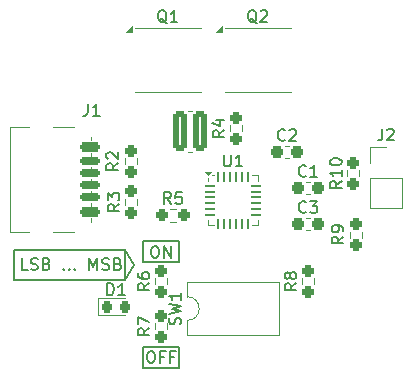
<source format=gto>
G04 #@! TF.GenerationSoftware,KiCad,Pcbnew,8.0.2*
G04 #@! TF.CreationDate,2024-06-03T19:44:32-07:00*
G04 #@! TF.ProjectId,SNES_USB_C_power,534e4553-5f55-4534-925f-435f706f7765,A*
G04 #@! TF.SameCoordinates,Original*
G04 #@! TF.FileFunction,Legend,Top*
G04 #@! TF.FilePolarity,Positive*
%FSLAX46Y46*%
G04 Gerber Fmt 4.6, Leading zero omitted, Abs format (unit mm)*
G04 Created by KiCad (PCBNEW 8.0.2) date 2024-06-03 19:44:32*
%MOMM*%
%LPD*%
G01*
G04 APERTURE LIST*
G04 Aperture macros list*
%AMRoundRect*
0 Rectangle with rounded corners*
0 $1 Rounding radius*
0 $2 $3 $4 $5 $6 $7 $8 $9 X,Y pos of 4 corners*
0 Add a 4 corners polygon primitive as box body*
4,1,4,$2,$3,$4,$5,$6,$7,$8,$9,$2,$3,0*
0 Add four circle primitives for the rounded corners*
1,1,$1+$1,$2,$3*
1,1,$1+$1,$4,$5*
1,1,$1+$1,$6,$7*
1,1,$1+$1,$8,$9*
0 Add four rect primitives between the rounded corners*
20,1,$1+$1,$2,$3,$4,$5,0*
20,1,$1+$1,$4,$5,$6,$7,0*
20,1,$1+$1,$6,$7,$8,$9,0*
20,1,$1+$1,$8,$9,$2,$3,0*%
G04 Aperture macros list end*
%ADD10C,0.150000*%
%ADD11C,0.160000*%
%ADD12C,0.120000*%
%ADD13C,0.100000*%
%ADD14RoundRect,0.218750X-0.218750X-0.256250X0.218750X-0.256250X0.218750X0.256250X-0.218750X0.256250X0*%
%ADD15C,0.800000*%
%ADD16C,6.400000*%
%ADD17R,1.700000X1.700000*%
%ADD18O,1.700000X1.700000*%
%ADD19RoundRect,0.237500X0.237500X-0.250000X0.237500X0.250000X-0.237500X0.250000X-0.237500X-0.250000X0*%
%ADD20RoundRect,0.175000X-0.685000X0.175000X-0.685000X-0.175000X0.685000X-0.175000X0.685000X0.175000X0*%
%ADD21RoundRect,0.190000X-0.670000X0.190000X-0.670000X-0.190000X0.670000X-0.190000X0.670000X0.190000X0*%
%ADD22RoundRect,0.200000X-0.660000X0.200000X-0.660000X-0.200000X0.660000X-0.200000X0.660000X0.200000X0*%
%ADD23O,1.700000X1.100000*%
%ADD24RoundRect,0.237500X-0.237500X0.250000X-0.237500X-0.250000X0.237500X-0.250000X0.237500X0.250000X0*%
%ADD25RoundRect,0.237500X-0.250000X-0.237500X0.250000X-0.237500X0.250000X0.237500X-0.250000X0.237500X0*%
%ADD26RoundRect,0.062500X-0.350000X-0.062500X0.350000X-0.062500X0.350000X0.062500X-0.350000X0.062500X0*%
%ADD27RoundRect,0.062500X-0.062500X-0.350000X0.062500X-0.350000X0.062500X0.350000X-0.062500X0.350000X0*%
%ADD28R,2.700000X2.700000*%
%ADD29RoundRect,0.237500X-0.300000X-0.237500X0.300000X-0.237500X0.300000X0.237500X-0.300000X0.237500X0*%
%ADD30RoundRect,0.250000X-0.337500X-1.450000X0.337500X-1.450000X0.337500X1.450000X-0.337500X1.450000X0*%
%ADD31R,0.650000X0.500000*%
%ADD32R,4.120000X4.600000*%
%ADD33R,0.550000X0.500000*%
%ADD34R,1.600000X2.400000*%
%ADD35O,1.600000X2.400000*%
G04 APERTURE END LIST*
D10*
X152654000Y-117094000D02*
X151892000Y-118364000D01*
X151892000Y-115824000D02*
X152654000Y-117094000D01*
X142494000Y-115824000D02*
X151892000Y-115824000D01*
X151892000Y-118364000D01*
X142494000Y-118364000D01*
X142494000Y-115824000D01*
X153416000Y-124079000D02*
X156464000Y-124079000D01*
X156464000Y-125857000D01*
X153416000Y-125857000D01*
X153416000Y-124079000D01*
X153416000Y-115062000D02*
X156464000Y-115062000D01*
X156464000Y-116840000D01*
X153416000Y-116840000D01*
X153416000Y-115062000D01*
D11*
X153987619Y-124422299D02*
X154178095Y-124422299D01*
X154178095Y-124422299D02*
X154273333Y-124469918D01*
X154273333Y-124469918D02*
X154368571Y-124565156D01*
X154368571Y-124565156D02*
X154416190Y-124755632D01*
X154416190Y-124755632D02*
X154416190Y-125088965D01*
X154416190Y-125088965D02*
X154368571Y-125279441D01*
X154368571Y-125279441D02*
X154273333Y-125374680D01*
X154273333Y-125374680D02*
X154178095Y-125422299D01*
X154178095Y-125422299D02*
X153987619Y-125422299D01*
X153987619Y-125422299D02*
X153892381Y-125374680D01*
X153892381Y-125374680D02*
X153797143Y-125279441D01*
X153797143Y-125279441D02*
X153749524Y-125088965D01*
X153749524Y-125088965D02*
X153749524Y-124755632D01*
X153749524Y-124755632D02*
X153797143Y-124565156D01*
X153797143Y-124565156D02*
X153892381Y-124469918D01*
X153892381Y-124469918D02*
X153987619Y-124422299D01*
X155178095Y-124898489D02*
X154844762Y-124898489D01*
X154844762Y-125422299D02*
X154844762Y-124422299D01*
X154844762Y-124422299D02*
X155320952Y-124422299D01*
X156035238Y-124898489D02*
X155701905Y-124898489D01*
X155701905Y-125422299D02*
X155701905Y-124422299D01*
X155701905Y-124422299D02*
X156178095Y-124422299D01*
X154320952Y-115532299D02*
X154511428Y-115532299D01*
X154511428Y-115532299D02*
X154606666Y-115579918D01*
X154606666Y-115579918D02*
X154701904Y-115675156D01*
X154701904Y-115675156D02*
X154749523Y-115865632D01*
X154749523Y-115865632D02*
X154749523Y-116198965D01*
X154749523Y-116198965D02*
X154701904Y-116389441D01*
X154701904Y-116389441D02*
X154606666Y-116484680D01*
X154606666Y-116484680D02*
X154511428Y-116532299D01*
X154511428Y-116532299D02*
X154320952Y-116532299D01*
X154320952Y-116532299D02*
X154225714Y-116484680D01*
X154225714Y-116484680D02*
X154130476Y-116389441D01*
X154130476Y-116389441D02*
X154082857Y-116198965D01*
X154082857Y-116198965D02*
X154082857Y-115865632D01*
X154082857Y-115865632D02*
X154130476Y-115675156D01*
X154130476Y-115675156D02*
X154225714Y-115579918D01*
X154225714Y-115579918D02*
X154320952Y-115532299D01*
X155178095Y-116532299D02*
X155178095Y-115532299D01*
X155178095Y-115532299D02*
X155749523Y-116532299D01*
X155749523Y-116532299D02*
X155749523Y-115532299D01*
X143629524Y-117548299D02*
X143153334Y-117548299D01*
X143153334Y-117548299D02*
X143153334Y-116548299D01*
X143915239Y-117500680D02*
X144058096Y-117548299D01*
X144058096Y-117548299D02*
X144296191Y-117548299D01*
X144296191Y-117548299D02*
X144391429Y-117500680D01*
X144391429Y-117500680D02*
X144439048Y-117453060D01*
X144439048Y-117453060D02*
X144486667Y-117357822D01*
X144486667Y-117357822D02*
X144486667Y-117262584D01*
X144486667Y-117262584D02*
X144439048Y-117167346D01*
X144439048Y-117167346D02*
X144391429Y-117119727D01*
X144391429Y-117119727D02*
X144296191Y-117072108D01*
X144296191Y-117072108D02*
X144105715Y-117024489D01*
X144105715Y-117024489D02*
X144010477Y-116976870D01*
X144010477Y-116976870D02*
X143962858Y-116929251D01*
X143962858Y-116929251D02*
X143915239Y-116834013D01*
X143915239Y-116834013D02*
X143915239Y-116738775D01*
X143915239Y-116738775D02*
X143962858Y-116643537D01*
X143962858Y-116643537D02*
X144010477Y-116595918D01*
X144010477Y-116595918D02*
X144105715Y-116548299D01*
X144105715Y-116548299D02*
X144343810Y-116548299D01*
X144343810Y-116548299D02*
X144486667Y-116595918D01*
X145248572Y-117024489D02*
X145391429Y-117072108D01*
X145391429Y-117072108D02*
X145439048Y-117119727D01*
X145439048Y-117119727D02*
X145486667Y-117214965D01*
X145486667Y-117214965D02*
X145486667Y-117357822D01*
X145486667Y-117357822D02*
X145439048Y-117453060D01*
X145439048Y-117453060D02*
X145391429Y-117500680D01*
X145391429Y-117500680D02*
X145296191Y-117548299D01*
X145296191Y-117548299D02*
X144915239Y-117548299D01*
X144915239Y-117548299D02*
X144915239Y-116548299D01*
X144915239Y-116548299D02*
X145248572Y-116548299D01*
X145248572Y-116548299D02*
X145343810Y-116595918D01*
X145343810Y-116595918D02*
X145391429Y-116643537D01*
X145391429Y-116643537D02*
X145439048Y-116738775D01*
X145439048Y-116738775D02*
X145439048Y-116834013D01*
X145439048Y-116834013D02*
X145391429Y-116929251D01*
X145391429Y-116929251D02*
X145343810Y-116976870D01*
X145343810Y-116976870D02*
X145248572Y-117024489D01*
X145248572Y-117024489D02*
X144915239Y-117024489D01*
X146677144Y-117453060D02*
X146724763Y-117500680D01*
X146724763Y-117500680D02*
X146677144Y-117548299D01*
X146677144Y-117548299D02*
X146629525Y-117500680D01*
X146629525Y-117500680D02*
X146677144Y-117453060D01*
X146677144Y-117453060D02*
X146677144Y-117548299D01*
X147153334Y-117453060D02*
X147200953Y-117500680D01*
X147200953Y-117500680D02*
X147153334Y-117548299D01*
X147153334Y-117548299D02*
X147105715Y-117500680D01*
X147105715Y-117500680D02*
X147153334Y-117453060D01*
X147153334Y-117453060D02*
X147153334Y-117548299D01*
X147629524Y-117453060D02*
X147677143Y-117500680D01*
X147677143Y-117500680D02*
X147629524Y-117548299D01*
X147629524Y-117548299D02*
X147581905Y-117500680D01*
X147581905Y-117500680D02*
X147629524Y-117453060D01*
X147629524Y-117453060D02*
X147629524Y-117548299D01*
X148867619Y-117548299D02*
X148867619Y-116548299D01*
X148867619Y-116548299D02*
X149200952Y-117262584D01*
X149200952Y-117262584D02*
X149534285Y-116548299D01*
X149534285Y-116548299D02*
X149534285Y-117548299D01*
X149962857Y-117500680D02*
X150105714Y-117548299D01*
X150105714Y-117548299D02*
X150343809Y-117548299D01*
X150343809Y-117548299D02*
X150439047Y-117500680D01*
X150439047Y-117500680D02*
X150486666Y-117453060D01*
X150486666Y-117453060D02*
X150534285Y-117357822D01*
X150534285Y-117357822D02*
X150534285Y-117262584D01*
X150534285Y-117262584D02*
X150486666Y-117167346D01*
X150486666Y-117167346D02*
X150439047Y-117119727D01*
X150439047Y-117119727D02*
X150343809Y-117072108D01*
X150343809Y-117072108D02*
X150153333Y-117024489D01*
X150153333Y-117024489D02*
X150058095Y-116976870D01*
X150058095Y-116976870D02*
X150010476Y-116929251D01*
X150010476Y-116929251D02*
X149962857Y-116834013D01*
X149962857Y-116834013D02*
X149962857Y-116738775D01*
X149962857Y-116738775D02*
X150010476Y-116643537D01*
X150010476Y-116643537D02*
X150058095Y-116595918D01*
X150058095Y-116595918D02*
X150153333Y-116548299D01*
X150153333Y-116548299D02*
X150391428Y-116548299D01*
X150391428Y-116548299D02*
X150534285Y-116595918D01*
X151296190Y-117024489D02*
X151439047Y-117072108D01*
X151439047Y-117072108D02*
X151486666Y-117119727D01*
X151486666Y-117119727D02*
X151534285Y-117214965D01*
X151534285Y-117214965D02*
X151534285Y-117357822D01*
X151534285Y-117357822D02*
X151486666Y-117453060D01*
X151486666Y-117453060D02*
X151439047Y-117500680D01*
X151439047Y-117500680D02*
X151343809Y-117548299D01*
X151343809Y-117548299D02*
X150962857Y-117548299D01*
X150962857Y-117548299D02*
X150962857Y-116548299D01*
X150962857Y-116548299D02*
X151296190Y-116548299D01*
X151296190Y-116548299D02*
X151391428Y-116595918D01*
X151391428Y-116595918D02*
X151439047Y-116643537D01*
X151439047Y-116643537D02*
X151486666Y-116738775D01*
X151486666Y-116738775D02*
X151486666Y-116834013D01*
X151486666Y-116834013D02*
X151439047Y-116929251D01*
X151439047Y-116929251D02*
X151391428Y-116976870D01*
X151391428Y-116976870D02*
X151296190Y-117024489D01*
X151296190Y-117024489D02*
X150962857Y-117024489D01*
X150366405Y-119674299D02*
X150366405Y-118674299D01*
X150366405Y-118674299D02*
X150604500Y-118674299D01*
X150604500Y-118674299D02*
X150747357Y-118721918D01*
X150747357Y-118721918D02*
X150842595Y-118817156D01*
X150842595Y-118817156D02*
X150890214Y-118912394D01*
X150890214Y-118912394D02*
X150937833Y-119102870D01*
X150937833Y-119102870D02*
X150937833Y-119245727D01*
X150937833Y-119245727D02*
X150890214Y-119436203D01*
X150890214Y-119436203D02*
X150842595Y-119531441D01*
X150842595Y-119531441D02*
X150747357Y-119626680D01*
X150747357Y-119626680D02*
X150604500Y-119674299D01*
X150604500Y-119674299D02*
X150366405Y-119674299D01*
X151890214Y-119674299D02*
X151318786Y-119674299D01*
X151604500Y-119674299D02*
X151604500Y-118674299D01*
X151604500Y-118674299D02*
X151509262Y-118817156D01*
X151509262Y-118817156D02*
X151414024Y-118912394D01*
X151414024Y-118912394D02*
X151318786Y-118960013D01*
X173656666Y-105577299D02*
X173656666Y-106291584D01*
X173656666Y-106291584D02*
X173609047Y-106434441D01*
X173609047Y-106434441D02*
X173513809Y-106529680D01*
X173513809Y-106529680D02*
X173370952Y-106577299D01*
X173370952Y-106577299D02*
X173275714Y-106577299D01*
X174085238Y-105672537D02*
X174132857Y-105624918D01*
X174132857Y-105624918D02*
X174228095Y-105577299D01*
X174228095Y-105577299D02*
X174466190Y-105577299D01*
X174466190Y-105577299D02*
X174561428Y-105624918D01*
X174561428Y-105624918D02*
X174609047Y-105672537D01*
X174609047Y-105672537D02*
X174656666Y-105767775D01*
X174656666Y-105767775D02*
X174656666Y-105863013D01*
X174656666Y-105863013D02*
X174609047Y-106005870D01*
X174609047Y-106005870D02*
X174037619Y-106577299D01*
X174037619Y-106577299D02*
X174656666Y-106577299D01*
X151404299Y-111974666D02*
X150928108Y-112307999D01*
X151404299Y-112546094D02*
X150404299Y-112546094D01*
X150404299Y-112546094D02*
X150404299Y-112165142D01*
X150404299Y-112165142D02*
X150451918Y-112069904D01*
X150451918Y-112069904D02*
X150499537Y-112022285D01*
X150499537Y-112022285D02*
X150594775Y-111974666D01*
X150594775Y-111974666D02*
X150737632Y-111974666D01*
X150737632Y-111974666D02*
X150832870Y-112022285D01*
X150832870Y-112022285D02*
X150880489Y-112069904D01*
X150880489Y-112069904D02*
X150928108Y-112165142D01*
X150928108Y-112165142D02*
X150928108Y-112546094D01*
X150404299Y-111641332D02*
X150404299Y-111022285D01*
X150404299Y-111022285D02*
X150785251Y-111355618D01*
X150785251Y-111355618D02*
X150785251Y-111212761D01*
X150785251Y-111212761D02*
X150832870Y-111117523D01*
X150832870Y-111117523D02*
X150880489Y-111069904D01*
X150880489Y-111069904D02*
X150975727Y-111022285D01*
X150975727Y-111022285D02*
X151213822Y-111022285D01*
X151213822Y-111022285D02*
X151309060Y-111069904D01*
X151309060Y-111069904D02*
X151356680Y-111117523D01*
X151356680Y-111117523D02*
X151404299Y-111212761D01*
X151404299Y-111212761D02*
X151404299Y-111498475D01*
X151404299Y-111498475D02*
X151356680Y-111593713D01*
X151356680Y-111593713D02*
X151309060Y-111641332D01*
X148744666Y-103491799D02*
X148744666Y-104206084D01*
X148744666Y-104206084D02*
X148697047Y-104348941D01*
X148697047Y-104348941D02*
X148601809Y-104444180D01*
X148601809Y-104444180D02*
X148458952Y-104491799D01*
X148458952Y-104491799D02*
X148363714Y-104491799D01*
X149744666Y-104491799D02*
X149173238Y-104491799D01*
X149458952Y-104491799D02*
X149458952Y-103491799D01*
X149458952Y-103491799D02*
X149363714Y-103634656D01*
X149363714Y-103634656D02*
X149268476Y-103729894D01*
X149268476Y-103729894D02*
X149173238Y-103777513D01*
X151310299Y-108522166D02*
X150834108Y-108855499D01*
X151310299Y-109093594D02*
X150310299Y-109093594D01*
X150310299Y-109093594D02*
X150310299Y-108712642D01*
X150310299Y-108712642D02*
X150357918Y-108617404D01*
X150357918Y-108617404D02*
X150405537Y-108569785D01*
X150405537Y-108569785D02*
X150500775Y-108522166D01*
X150500775Y-108522166D02*
X150643632Y-108522166D01*
X150643632Y-108522166D02*
X150738870Y-108569785D01*
X150738870Y-108569785D02*
X150786489Y-108617404D01*
X150786489Y-108617404D02*
X150834108Y-108712642D01*
X150834108Y-108712642D02*
X150834108Y-109093594D01*
X150405537Y-108141213D02*
X150357918Y-108093594D01*
X150357918Y-108093594D02*
X150310299Y-107998356D01*
X150310299Y-107998356D02*
X150310299Y-107760261D01*
X150310299Y-107760261D02*
X150357918Y-107665023D01*
X150357918Y-107665023D02*
X150405537Y-107617404D01*
X150405537Y-107617404D02*
X150500775Y-107569785D01*
X150500775Y-107569785D02*
X150596013Y-107569785D01*
X150596013Y-107569785D02*
X150738870Y-107617404D01*
X150738870Y-107617404D02*
X151310299Y-108188832D01*
X151310299Y-108188832D02*
X151310299Y-107569785D01*
X155769333Y-111951799D02*
X155436000Y-111475608D01*
X155197905Y-111951799D02*
X155197905Y-110951799D01*
X155197905Y-110951799D02*
X155578857Y-110951799D01*
X155578857Y-110951799D02*
X155674095Y-110999418D01*
X155674095Y-110999418D02*
X155721714Y-111047037D01*
X155721714Y-111047037D02*
X155769333Y-111142275D01*
X155769333Y-111142275D02*
X155769333Y-111285132D01*
X155769333Y-111285132D02*
X155721714Y-111380370D01*
X155721714Y-111380370D02*
X155674095Y-111427989D01*
X155674095Y-111427989D02*
X155578857Y-111475608D01*
X155578857Y-111475608D02*
X155197905Y-111475608D01*
X156674095Y-110951799D02*
X156197905Y-110951799D01*
X156197905Y-110951799D02*
X156150286Y-111427989D01*
X156150286Y-111427989D02*
X156197905Y-111380370D01*
X156197905Y-111380370D02*
X156293143Y-111332751D01*
X156293143Y-111332751D02*
X156531238Y-111332751D01*
X156531238Y-111332751D02*
X156626476Y-111380370D01*
X156626476Y-111380370D02*
X156674095Y-111427989D01*
X156674095Y-111427989D02*
X156721714Y-111523227D01*
X156721714Y-111523227D02*
X156721714Y-111761322D01*
X156721714Y-111761322D02*
X156674095Y-111856560D01*
X156674095Y-111856560D02*
X156626476Y-111904180D01*
X156626476Y-111904180D02*
X156531238Y-111951799D01*
X156531238Y-111951799D02*
X156293143Y-111951799D01*
X156293143Y-111951799D02*
X156197905Y-111904180D01*
X156197905Y-111904180D02*
X156150286Y-111856560D01*
X166390299Y-118682166D02*
X165914108Y-119015499D01*
X166390299Y-119253594D02*
X165390299Y-119253594D01*
X165390299Y-119253594D02*
X165390299Y-118872642D01*
X165390299Y-118872642D02*
X165437918Y-118777404D01*
X165437918Y-118777404D02*
X165485537Y-118729785D01*
X165485537Y-118729785D02*
X165580775Y-118682166D01*
X165580775Y-118682166D02*
X165723632Y-118682166D01*
X165723632Y-118682166D02*
X165818870Y-118729785D01*
X165818870Y-118729785D02*
X165866489Y-118777404D01*
X165866489Y-118777404D02*
X165914108Y-118872642D01*
X165914108Y-118872642D02*
X165914108Y-119253594D01*
X165818870Y-118110737D02*
X165771251Y-118205975D01*
X165771251Y-118205975D02*
X165723632Y-118253594D01*
X165723632Y-118253594D02*
X165628394Y-118301213D01*
X165628394Y-118301213D02*
X165580775Y-118301213D01*
X165580775Y-118301213D02*
X165485537Y-118253594D01*
X165485537Y-118253594D02*
X165437918Y-118205975D01*
X165437918Y-118205975D02*
X165390299Y-118110737D01*
X165390299Y-118110737D02*
X165390299Y-117920261D01*
X165390299Y-117920261D02*
X165437918Y-117825023D01*
X165437918Y-117825023D02*
X165485537Y-117777404D01*
X165485537Y-117777404D02*
X165580775Y-117729785D01*
X165580775Y-117729785D02*
X165628394Y-117729785D01*
X165628394Y-117729785D02*
X165723632Y-117777404D01*
X165723632Y-117777404D02*
X165771251Y-117825023D01*
X165771251Y-117825023D02*
X165818870Y-117920261D01*
X165818870Y-117920261D02*
X165818870Y-118110737D01*
X165818870Y-118110737D02*
X165866489Y-118205975D01*
X165866489Y-118205975D02*
X165914108Y-118253594D01*
X165914108Y-118253594D02*
X166009346Y-118301213D01*
X166009346Y-118301213D02*
X166199822Y-118301213D01*
X166199822Y-118301213D02*
X166295060Y-118253594D01*
X166295060Y-118253594D02*
X166342680Y-118205975D01*
X166342680Y-118205975D02*
X166390299Y-118110737D01*
X166390299Y-118110737D02*
X166390299Y-117920261D01*
X166390299Y-117920261D02*
X166342680Y-117825023D01*
X166342680Y-117825023D02*
X166295060Y-117777404D01*
X166295060Y-117777404D02*
X166199822Y-117729785D01*
X166199822Y-117729785D02*
X166009346Y-117729785D01*
X166009346Y-117729785D02*
X165914108Y-117777404D01*
X165914108Y-117777404D02*
X165866489Y-117825023D01*
X165866489Y-117825023D02*
X165818870Y-117920261D01*
X160254095Y-107781799D02*
X160254095Y-108591322D01*
X160254095Y-108591322D02*
X160301714Y-108686560D01*
X160301714Y-108686560D02*
X160349333Y-108734180D01*
X160349333Y-108734180D02*
X160444571Y-108781799D01*
X160444571Y-108781799D02*
X160635047Y-108781799D01*
X160635047Y-108781799D02*
X160730285Y-108734180D01*
X160730285Y-108734180D02*
X160777904Y-108686560D01*
X160777904Y-108686560D02*
X160825523Y-108591322D01*
X160825523Y-108591322D02*
X160825523Y-107781799D01*
X161825523Y-108781799D02*
X161254095Y-108781799D01*
X161539809Y-108781799D02*
X161539809Y-107781799D01*
X161539809Y-107781799D02*
X161444571Y-107924656D01*
X161444571Y-107924656D02*
X161349333Y-108019894D01*
X161349333Y-108019894D02*
X161254095Y-108067513D01*
X170220299Y-110013357D02*
X169744108Y-110346690D01*
X170220299Y-110584785D02*
X169220299Y-110584785D01*
X169220299Y-110584785D02*
X169220299Y-110203833D01*
X169220299Y-110203833D02*
X169267918Y-110108595D01*
X169267918Y-110108595D02*
X169315537Y-110060976D01*
X169315537Y-110060976D02*
X169410775Y-110013357D01*
X169410775Y-110013357D02*
X169553632Y-110013357D01*
X169553632Y-110013357D02*
X169648870Y-110060976D01*
X169648870Y-110060976D02*
X169696489Y-110108595D01*
X169696489Y-110108595D02*
X169744108Y-110203833D01*
X169744108Y-110203833D02*
X169744108Y-110584785D01*
X170220299Y-109060976D02*
X170220299Y-109632404D01*
X170220299Y-109346690D02*
X169220299Y-109346690D01*
X169220299Y-109346690D02*
X169363156Y-109441928D01*
X169363156Y-109441928D02*
X169458394Y-109537166D01*
X169458394Y-109537166D02*
X169506013Y-109632404D01*
X169220299Y-108441928D02*
X169220299Y-108346690D01*
X169220299Y-108346690D02*
X169267918Y-108251452D01*
X169267918Y-108251452D02*
X169315537Y-108203833D01*
X169315537Y-108203833D02*
X169410775Y-108156214D01*
X169410775Y-108156214D02*
X169601251Y-108108595D01*
X169601251Y-108108595D02*
X169839346Y-108108595D01*
X169839346Y-108108595D02*
X170029822Y-108156214D01*
X170029822Y-108156214D02*
X170125060Y-108203833D01*
X170125060Y-108203833D02*
X170172680Y-108251452D01*
X170172680Y-108251452D02*
X170220299Y-108346690D01*
X170220299Y-108346690D02*
X170220299Y-108441928D01*
X170220299Y-108441928D02*
X170172680Y-108537166D01*
X170172680Y-108537166D02*
X170125060Y-108584785D01*
X170125060Y-108584785D02*
X170029822Y-108632404D01*
X170029822Y-108632404D02*
X169839346Y-108680023D01*
X169839346Y-108680023D02*
X169601251Y-108680023D01*
X169601251Y-108680023D02*
X169410775Y-108632404D01*
X169410775Y-108632404D02*
X169315537Y-108584785D01*
X169315537Y-108584785D02*
X169267918Y-108537166D01*
X169267918Y-108537166D02*
X169220299Y-108441928D01*
X167199333Y-112618560D02*
X167151714Y-112666180D01*
X167151714Y-112666180D02*
X167008857Y-112713799D01*
X167008857Y-112713799D02*
X166913619Y-112713799D01*
X166913619Y-112713799D02*
X166770762Y-112666180D01*
X166770762Y-112666180D02*
X166675524Y-112570941D01*
X166675524Y-112570941D02*
X166627905Y-112475703D01*
X166627905Y-112475703D02*
X166580286Y-112285227D01*
X166580286Y-112285227D02*
X166580286Y-112142370D01*
X166580286Y-112142370D02*
X166627905Y-111951894D01*
X166627905Y-111951894D02*
X166675524Y-111856656D01*
X166675524Y-111856656D02*
X166770762Y-111761418D01*
X166770762Y-111761418D02*
X166913619Y-111713799D01*
X166913619Y-111713799D02*
X167008857Y-111713799D01*
X167008857Y-111713799D02*
X167151714Y-111761418D01*
X167151714Y-111761418D02*
X167199333Y-111809037D01*
X167532667Y-111713799D02*
X168151714Y-111713799D01*
X168151714Y-111713799D02*
X167818381Y-112094751D01*
X167818381Y-112094751D02*
X167961238Y-112094751D01*
X167961238Y-112094751D02*
X168056476Y-112142370D01*
X168056476Y-112142370D02*
X168104095Y-112189989D01*
X168104095Y-112189989D02*
X168151714Y-112285227D01*
X168151714Y-112285227D02*
X168151714Y-112523322D01*
X168151714Y-112523322D02*
X168104095Y-112618560D01*
X168104095Y-112618560D02*
X168056476Y-112666180D01*
X168056476Y-112666180D02*
X167961238Y-112713799D01*
X167961238Y-112713799D02*
X167675524Y-112713799D01*
X167675524Y-112713799D02*
X167580286Y-112666180D01*
X167580286Y-112666180D02*
X167532667Y-112618560D01*
X167199333Y-109570560D02*
X167151714Y-109618180D01*
X167151714Y-109618180D02*
X167008857Y-109665799D01*
X167008857Y-109665799D02*
X166913619Y-109665799D01*
X166913619Y-109665799D02*
X166770762Y-109618180D01*
X166770762Y-109618180D02*
X166675524Y-109522941D01*
X166675524Y-109522941D02*
X166627905Y-109427703D01*
X166627905Y-109427703D02*
X166580286Y-109237227D01*
X166580286Y-109237227D02*
X166580286Y-109094370D01*
X166580286Y-109094370D02*
X166627905Y-108903894D01*
X166627905Y-108903894D02*
X166675524Y-108808656D01*
X166675524Y-108808656D02*
X166770762Y-108713418D01*
X166770762Y-108713418D02*
X166913619Y-108665799D01*
X166913619Y-108665799D02*
X167008857Y-108665799D01*
X167008857Y-108665799D02*
X167151714Y-108713418D01*
X167151714Y-108713418D02*
X167199333Y-108761037D01*
X168151714Y-109665799D02*
X167580286Y-109665799D01*
X167866000Y-109665799D02*
X167866000Y-108665799D01*
X167866000Y-108665799D02*
X167770762Y-108808656D01*
X167770762Y-108808656D02*
X167675524Y-108903894D01*
X167675524Y-108903894D02*
X167580286Y-108951513D01*
X163028761Y-96649537D02*
X162933523Y-96601918D01*
X162933523Y-96601918D02*
X162838285Y-96506680D01*
X162838285Y-96506680D02*
X162695428Y-96363822D01*
X162695428Y-96363822D02*
X162600190Y-96316203D01*
X162600190Y-96316203D02*
X162504952Y-96316203D01*
X162552571Y-96554299D02*
X162457333Y-96506680D01*
X162457333Y-96506680D02*
X162362095Y-96411441D01*
X162362095Y-96411441D02*
X162314476Y-96220965D01*
X162314476Y-96220965D02*
X162314476Y-95887632D01*
X162314476Y-95887632D02*
X162362095Y-95697156D01*
X162362095Y-95697156D02*
X162457333Y-95601918D01*
X162457333Y-95601918D02*
X162552571Y-95554299D01*
X162552571Y-95554299D02*
X162743047Y-95554299D01*
X162743047Y-95554299D02*
X162838285Y-95601918D01*
X162838285Y-95601918D02*
X162933523Y-95697156D01*
X162933523Y-95697156D02*
X162981142Y-95887632D01*
X162981142Y-95887632D02*
X162981142Y-96220965D01*
X162981142Y-96220965D02*
X162933523Y-96411441D01*
X162933523Y-96411441D02*
X162838285Y-96506680D01*
X162838285Y-96506680D02*
X162743047Y-96554299D01*
X162743047Y-96554299D02*
X162552571Y-96554299D01*
X163362095Y-95649537D02*
X163409714Y-95601918D01*
X163409714Y-95601918D02*
X163504952Y-95554299D01*
X163504952Y-95554299D02*
X163743047Y-95554299D01*
X163743047Y-95554299D02*
X163838285Y-95601918D01*
X163838285Y-95601918D02*
X163885904Y-95649537D01*
X163885904Y-95649537D02*
X163933523Y-95744775D01*
X163933523Y-95744775D02*
X163933523Y-95840013D01*
X163933523Y-95840013D02*
X163885904Y-95982870D01*
X163885904Y-95982870D02*
X163314476Y-96554299D01*
X163314476Y-96554299D02*
X163933523Y-96554299D01*
X170380299Y-114720666D02*
X169904108Y-115053999D01*
X170380299Y-115292094D02*
X169380299Y-115292094D01*
X169380299Y-115292094D02*
X169380299Y-114911142D01*
X169380299Y-114911142D02*
X169427918Y-114815904D01*
X169427918Y-114815904D02*
X169475537Y-114768285D01*
X169475537Y-114768285D02*
X169570775Y-114720666D01*
X169570775Y-114720666D02*
X169713632Y-114720666D01*
X169713632Y-114720666D02*
X169808870Y-114768285D01*
X169808870Y-114768285D02*
X169856489Y-114815904D01*
X169856489Y-114815904D02*
X169904108Y-114911142D01*
X169904108Y-114911142D02*
X169904108Y-115292094D01*
X170380299Y-114244475D02*
X170380299Y-114053999D01*
X170380299Y-114053999D02*
X170332680Y-113958761D01*
X170332680Y-113958761D02*
X170285060Y-113911142D01*
X170285060Y-113911142D02*
X170142203Y-113815904D01*
X170142203Y-113815904D02*
X169951727Y-113768285D01*
X169951727Y-113768285D02*
X169570775Y-113768285D01*
X169570775Y-113768285D02*
X169475537Y-113815904D01*
X169475537Y-113815904D02*
X169427918Y-113863523D01*
X169427918Y-113863523D02*
X169380299Y-113958761D01*
X169380299Y-113958761D02*
X169380299Y-114149237D01*
X169380299Y-114149237D02*
X169427918Y-114244475D01*
X169427918Y-114244475D02*
X169475537Y-114292094D01*
X169475537Y-114292094D02*
X169570775Y-114339713D01*
X169570775Y-114339713D02*
X169808870Y-114339713D01*
X169808870Y-114339713D02*
X169904108Y-114292094D01*
X169904108Y-114292094D02*
X169951727Y-114244475D01*
X169951727Y-114244475D02*
X169999346Y-114149237D01*
X169999346Y-114149237D02*
X169999346Y-113958761D01*
X169999346Y-113958761D02*
X169951727Y-113863523D01*
X169951727Y-113863523D02*
X169904108Y-113815904D01*
X169904108Y-113815904D02*
X169808870Y-113768285D01*
X153944299Y-122492166D02*
X153468108Y-122825499D01*
X153944299Y-123063594D02*
X152944299Y-123063594D01*
X152944299Y-123063594D02*
X152944299Y-122682642D01*
X152944299Y-122682642D02*
X152991918Y-122587404D01*
X152991918Y-122587404D02*
X153039537Y-122539785D01*
X153039537Y-122539785D02*
X153134775Y-122492166D01*
X153134775Y-122492166D02*
X153277632Y-122492166D01*
X153277632Y-122492166D02*
X153372870Y-122539785D01*
X153372870Y-122539785D02*
X153420489Y-122587404D01*
X153420489Y-122587404D02*
X153468108Y-122682642D01*
X153468108Y-122682642D02*
X153468108Y-123063594D01*
X152944299Y-122158832D02*
X152944299Y-121492166D01*
X152944299Y-121492166D02*
X153944299Y-121920737D01*
X156567680Y-122149832D02*
X156615299Y-122006975D01*
X156615299Y-122006975D02*
X156615299Y-121768880D01*
X156615299Y-121768880D02*
X156567680Y-121673642D01*
X156567680Y-121673642D02*
X156520060Y-121626023D01*
X156520060Y-121626023D02*
X156424822Y-121578404D01*
X156424822Y-121578404D02*
X156329584Y-121578404D01*
X156329584Y-121578404D02*
X156234346Y-121626023D01*
X156234346Y-121626023D02*
X156186727Y-121673642D01*
X156186727Y-121673642D02*
X156139108Y-121768880D01*
X156139108Y-121768880D02*
X156091489Y-121959356D01*
X156091489Y-121959356D02*
X156043870Y-122054594D01*
X156043870Y-122054594D02*
X155996251Y-122102213D01*
X155996251Y-122102213D02*
X155901013Y-122149832D01*
X155901013Y-122149832D02*
X155805775Y-122149832D01*
X155805775Y-122149832D02*
X155710537Y-122102213D01*
X155710537Y-122102213D02*
X155662918Y-122054594D01*
X155662918Y-122054594D02*
X155615299Y-121959356D01*
X155615299Y-121959356D02*
X155615299Y-121721261D01*
X155615299Y-121721261D02*
X155662918Y-121578404D01*
X155615299Y-121245070D02*
X156615299Y-121006975D01*
X156615299Y-121006975D02*
X155901013Y-120816499D01*
X155901013Y-120816499D02*
X156615299Y-120626023D01*
X156615299Y-120626023D02*
X155615299Y-120387928D01*
X156615299Y-119483166D02*
X156615299Y-120054594D01*
X156615299Y-119768880D02*
X155615299Y-119768880D01*
X155615299Y-119768880D02*
X155758156Y-119864118D01*
X155758156Y-119864118D02*
X155853394Y-119959356D01*
X155853394Y-119959356D02*
X155901013Y-120054594D01*
X165421333Y-106522560D02*
X165373714Y-106570180D01*
X165373714Y-106570180D02*
X165230857Y-106617799D01*
X165230857Y-106617799D02*
X165135619Y-106617799D01*
X165135619Y-106617799D02*
X164992762Y-106570180D01*
X164992762Y-106570180D02*
X164897524Y-106474941D01*
X164897524Y-106474941D02*
X164849905Y-106379703D01*
X164849905Y-106379703D02*
X164802286Y-106189227D01*
X164802286Y-106189227D02*
X164802286Y-106046370D01*
X164802286Y-106046370D02*
X164849905Y-105855894D01*
X164849905Y-105855894D02*
X164897524Y-105760656D01*
X164897524Y-105760656D02*
X164992762Y-105665418D01*
X164992762Y-105665418D02*
X165135619Y-105617799D01*
X165135619Y-105617799D02*
X165230857Y-105617799D01*
X165230857Y-105617799D02*
X165373714Y-105665418D01*
X165373714Y-105665418D02*
X165421333Y-105713037D01*
X165802286Y-105713037D02*
X165849905Y-105665418D01*
X165849905Y-105665418D02*
X165945143Y-105617799D01*
X165945143Y-105617799D02*
X166183238Y-105617799D01*
X166183238Y-105617799D02*
X166278476Y-105665418D01*
X166278476Y-105665418D02*
X166326095Y-105713037D01*
X166326095Y-105713037D02*
X166373714Y-105808275D01*
X166373714Y-105808275D02*
X166373714Y-105903513D01*
X166373714Y-105903513D02*
X166326095Y-106046370D01*
X166326095Y-106046370D02*
X165754667Y-106617799D01*
X165754667Y-106617799D02*
X166373714Y-106617799D01*
X160294299Y-105728166D02*
X159818108Y-106061499D01*
X160294299Y-106299594D02*
X159294299Y-106299594D01*
X159294299Y-106299594D02*
X159294299Y-105918642D01*
X159294299Y-105918642D02*
X159341918Y-105823404D01*
X159341918Y-105823404D02*
X159389537Y-105775785D01*
X159389537Y-105775785D02*
X159484775Y-105728166D01*
X159484775Y-105728166D02*
X159627632Y-105728166D01*
X159627632Y-105728166D02*
X159722870Y-105775785D01*
X159722870Y-105775785D02*
X159770489Y-105823404D01*
X159770489Y-105823404D02*
X159818108Y-105918642D01*
X159818108Y-105918642D02*
X159818108Y-106299594D01*
X159627632Y-104871023D02*
X160294299Y-104871023D01*
X159246680Y-105109118D02*
X159960965Y-105347213D01*
X159960965Y-105347213D02*
X159960965Y-104728166D01*
X153944299Y-118682166D02*
X153468108Y-119015499D01*
X153944299Y-119253594D02*
X152944299Y-119253594D01*
X152944299Y-119253594D02*
X152944299Y-118872642D01*
X152944299Y-118872642D02*
X152991918Y-118777404D01*
X152991918Y-118777404D02*
X153039537Y-118729785D01*
X153039537Y-118729785D02*
X153134775Y-118682166D01*
X153134775Y-118682166D02*
X153277632Y-118682166D01*
X153277632Y-118682166D02*
X153372870Y-118729785D01*
X153372870Y-118729785D02*
X153420489Y-118777404D01*
X153420489Y-118777404D02*
X153468108Y-118872642D01*
X153468108Y-118872642D02*
X153468108Y-119253594D01*
X152944299Y-117825023D02*
X152944299Y-118015499D01*
X152944299Y-118015499D02*
X152991918Y-118110737D01*
X152991918Y-118110737D02*
X153039537Y-118158356D01*
X153039537Y-118158356D02*
X153182394Y-118253594D01*
X153182394Y-118253594D02*
X153372870Y-118301213D01*
X153372870Y-118301213D02*
X153753822Y-118301213D01*
X153753822Y-118301213D02*
X153849060Y-118253594D01*
X153849060Y-118253594D02*
X153896680Y-118205975D01*
X153896680Y-118205975D02*
X153944299Y-118110737D01*
X153944299Y-118110737D02*
X153944299Y-117920261D01*
X153944299Y-117920261D02*
X153896680Y-117825023D01*
X153896680Y-117825023D02*
X153849060Y-117777404D01*
X153849060Y-117777404D02*
X153753822Y-117729785D01*
X153753822Y-117729785D02*
X153515727Y-117729785D01*
X153515727Y-117729785D02*
X153420489Y-117777404D01*
X153420489Y-117777404D02*
X153372870Y-117825023D01*
X153372870Y-117825023D02*
X153325251Y-117920261D01*
X153325251Y-117920261D02*
X153325251Y-118110737D01*
X153325251Y-118110737D02*
X153372870Y-118205975D01*
X153372870Y-118205975D02*
X153420489Y-118253594D01*
X153420489Y-118253594D02*
X153515727Y-118301213D01*
X155408761Y-96649537D02*
X155313523Y-96601918D01*
X155313523Y-96601918D02*
X155218285Y-96506680D01*
X155218285Y-96506680D02*
X155075428Y-96363822D01*
X155075428Y-96363822D02*
X154980190Y-96316203D01*
X154980190Y-96316203D02*
X154884952Y-96316203D01*
X154932571Y-96554299D02*
X154837333Y-96506680D01*
X154837333Y-96506680D02*
X154742095Y-96411441D01*
X154742095Y-96411441D02*
X154694476Y-96220965D01*
X154694476Y-96220965D02*
X154694476Y-95887632D01*
X154694476Y-95887632D02*
X154742095Y-95697156D01*
X154742095Y-95697156D02*
X154837333Y-95601918D01*
X154837333Y-95601918D02*
X154932571Y-95554299D01*
X154932571Y-95554299D02*
X155123047Y-95554299D01*
X155123047Y-95554299D02*
X155218285Y-95601918D01*
X155218285Y-95601918D02*
X155313523Y-95697156D01*
X155313523Y-95697156D02*
X155361142Y-95887632D01*
X155361142Y-95887632D02*
X155361142Y-96220965D01*
X155361142Y-96220965D02*
X155313523Y-96411441D01*
X155313523Y-96411441D02*
X155218285Y-96506680D01*
X155218285Y-96506680D02*
X155123047Y-96554299D01*
X155123047Y-96554299D02*
X154932571Y-96554299D01*
X156313523Y-96554299D02*
X155742095Y-96554299D01*
X156027809Y-96554299D02*
X156027809Y-95554299D01*
X156027809Y-95554299D02*
X155932571Y-95697156D01*
X155932571Y-95697156D02*
X155837333Y-95792394D01*
X155837333Y-95792394D02*
X155742095Y-95840013D01*
D12*
X149619500Y-119915000D02*
X149619500Y-121385000D01*
X149619500Y-121385000D02*
X151904500Y-121385000D01*
X151904500Y-119915000D02*
X149619500Y-119915000D01*
X172660000Y-107123000D02*
X173990000Y-107123000D01*
X172660000Y-108453000D02*
X172660000Y-107123000D01*
X172660000Y-109723000D02*
X172660000Y-112323000D01*
X172660000Y-109723000D02*
X175320000Y-109723000D01*
X172660000Y-112323000D02*
X175320000Y-112323000D01*
X175320000Y-109723000D02*
X175320000Y-112323000D01*
X151857500Y-112062724D02*
X151857500Y-111553276D01*
X152902500Y-112062724D02*
X152902500Y-111553276D01*
D13*
X142180000Y-105409500D02*
X143780000Y-105409500D01*
X142180000Y-114349500D02*
X142180000Y-105409500D01*
X143780000Y-114349500D02*
X142180000Y-114349500D01*
X145780000Y-105409500D02*
X147580000Y-105409500D01*
X147580000Y-114349500D02*
X145780000Y-114349500D01*
X148980000Y-106279500D02*
X148980000Y-106579500D01*
X148980000Y-107629500D02*
X148980000Y-107879500D01*
X148980000Y-108829500D02*
X148980000Y-108929500D01*
X148980000Y-109829500D02*
X148980000Y-109929500D01*
X148980000Y-110829500D02*
X148980000Y-110929500D01*
X148980000Y-111879500D02*
X148980000Y-112129500D01*
X148980000Y-113179500D02*
X148980000Y-113479500D01*
D12*
X151857500Y-108100776D02*
X151857500Y-108610224D01*
X152902500Y-108100776D02*
X152902500Y-108610224D01*
X155681276Y-112405000D02*
X156190724Y-112405000D01*
X155681276Y-113450000D02*
X156190724Y-113450000D01*
X166843500Y-118770224D02*
X166843500Y-118260776D01*
X167888500Y-118770224D02*
X167888500Y-118260776D01*
X158906000Y-110022500D02*
X158906000Y-109787500D01*
X158906000Y-113767500D02*
X158906000Y-113292500D01*
X159381000Y-109547500D02*
X159206000Y-109547500D01*
X159381000Y-113767500D02*
X158906000Y-113767500D01*
X162651000Y-109547500D02*
X163126000Y-109547500D01*
X162651000Y-113767500D02*
X163126000Y-113767500D01*
X163126000Y-109547500D02*
X163126000Y-110022500D01*
X163126000Y-113767500D02*
X163126000Y-113292500D01*
X158906000Y-109547500D02*
X158666000Y-109217500D01*
X159146000Y-109217500D01*
X158906000Y-109547500D01*
G36*
X158906000Y-109547500D02*
G01*
X158666000Y-109217500D01*
X159146000Y-109217500D01*
X158906000Y-109547500D01*
G37*
X170673500Y-109625224D02*
X170673500Y-109115776D01*
X171718500Y-109625224D02*
X171718500Y-109115776D01*
X167219733Y-113179500D02*
X167512267Y-113179500D01*
X167219733Y-114199500D02*
X167512267Y-114199500D01*
X167219733Y-110131500D02*
X167512267Y-110131500D01*
X167219733Y-111151500D02*
X167512267Y-111151500D01*
X157201517Y-104105500D02*
X157567483Y-104105500D01*
X157201517Y-107525500D02*
X157567483Y-107525500D01*
X160349000Y-97070000D02*
X165899000Y-97070000D01*
X160349000Y-102490000D02*
X165899000Y-102490000D01*
X160104000Y-97360000D02*
X159624000Y-97360000D01*
X160104000Y-96880000D01*
X160104000Y-97360000D01*
G36*
X160104000Y-97360000D02*
G01*
X159624000Y-97360000D01*
X160104000Y-96880000D01*
X160104000Y-97360000D01*
G37*
X170927500Y-114808724D02*
X170927500Y-114299276D01*
X171972500Y-114808724D02*
X171972500Y-114299276D01*
X154397500Y-122580224D02*
X154397500Y-122070776D01*
X155442500Y-122580224D02*
X155442500Y-122070776D01*
X157161000Y-118566500D02*
X157161000Y-119816500D01*
X157161000Y-121816500D02*
X157161000Y-123066500D01*
X157161000Y-123066500D02*
X164901000Y-123066500D01*
X164901000Y-118566500D02*
X157161000Y-118566500D01*
X164901000Y-123066500D02*
X164901000Y-118566500D01*
X157161000Y-119816500D02*
G75*
G02*
X157161000Y-121816500I0J-1000000D01*
G01*
X165441733Y-107083500D02*
X165734267Y-107083500D01*
X165441733Y-108103500D02*
X165734267Y-108103500D01*
X160747500Y-105816224D02*
X160747500Y-105306776D01*
X161792500Y-105816224D02*
X161792500Y-105306776D01*
X154397500Y-118770224D02*
X154397500Y-118260776D01*
X155442500Y-118770224D02*
X155442500Y-118260776D01*
X152729000Y-97070000D02*
X158279000Y-97070000D01*
X152729000Y-102490000D02*
X158279000Y-102490000D01*
X152484000Y-97360000D02*
X152004000Y-97360000D01*
X152484000Y-96880000D01*
X152484000Y-97360000D01*
G36*
X152484000Y-97360000D02*
G01*
X152004000Y-97360000D01*
X152484000Y-96880000D01*
X152484000Y-97360000D01*
G37*
%LPC*%
D14*
X150317000Y-120650000D03*
X151892000Y-120650000D03*
D15*
X170066000Y-99060000D03*
X170768944Y-97362944D03*
X170768944Y-100757056D03*
X172466000Y-96660000D03*
D16*
X172466000Y-99060000D03*
D15*
X172466000Y-101460000D03*
X174163056Y-97362944D03*
X174163056Y-100757056D03*
X174866000Y-99060000D03*
X170066000Y-123190000D03*
X170768944Y-121492944D03*
X170768944Y-124887056D03*
X172466000Y-120790000D03*
D16*
X172466000Y-123190000D03*
D15*
X172466000Y-125590000D03*
X174163056Y-121492944D03*
X174163056Y-124887056D03*
X174866000Y-123190000D03*
X143396000Y-123190000D03*
X144098944Y-121492944D03*
X144098944Y-124887056D03*
X145796000Y-120790000D03*
D16*
X145796000Y-123190000D03*
D15*
X145796000Y-125590000D03*
X147493056Y-121492944D03*
X147493056Y-124887056D03*
X148196000Y-123190000D03*
X143396000Y-99060000D03*
X144098944Y-97362944D03*
X144098944Y-100757056D03*
X145796000Y-96660000D03*
D16*
X145796000Y-99060000D03*
D15*
X145796000Y-101460000D03*
X147493056Y-97362944D03*
X147493056Y-100757056D03*
X148196000Y-99060000D03*
D17*
X173990000Y-108453000D03*
D18*
X173990000Y-110993000D03*
D19*
X152380000Y-112720500D03*
X152380000Y-110895500D03*
D20*
X148920000Y-109379500D03*
D21*
X148920000Y-111399500D03*
D22*
X148920000Y-112629500D03*
D20*
X148920000Y-110379500D03*
D21*
X148920000Y-108359500D03*
D22*
X148920000Y-107129500D03*
D23*
X148580000Y-105559500D03*
X144780000Y-105559500D03*
X148580000Y-114199500D03*
X144780000Y-114199500D03*
D24*
X152380000Y-107443000D03*
X152380000Y-109268000D03*
D25*
X155023500Y-112927500D03*
X156848500Y-112927500D03*
D19*
X167366000Y-119428000D03*
X167366000Y-117603000D03*
D26*
X159053500Y-110407500D03*
X159053500Y-110907500D03*
X159053500Y-111407500D03*
X159053500Y-111907500D03*
X159053500Y-112407500D03*
X159053500Y-112907500D03*
D27*
X159766000Y-113620000D03*
X160266000Y-113620000D03*
X160766000Y-113620000D03*
X161266000Y-113620000D03*
X161766000Y-113620000D03*
X162266000Y-113620000D03*
D26*
X162978500Y-112907500D03*
X162978500Y-112407500D03*
X162978500Y-111907500D03*
X162978500Y-111407500D03*
X162978500Y-110907500D03*
X162978500Y-110407500D03*
D27*
X162266000Y-109695000D03*
X161766000Y-109695000D03*
X161266000Y-109695000D03*
X160766000Y-109695000D03*
X160266000Y-109695000D03*
X159766000Y-109695000D03*
D28*
X161016000Y-111657500D03*
D19*
X171196000Y-110283000D03*
X171196000Y-108458000D03*
D29*
X166503500Y-113689500D03*
X168228500Y-113689500D03*
X166503500Y-110641500D03*
X168228500Y-110641500D03*
D30*
X156547000Y-105815500D03*
X158222000Y-105815500D03*
D31*
X160374000Y-97875000D03*
X160374000Y-99145000D03*
X160374000Y-100415000D03*
X160374000Y-101685000D03*
D32*
X163589000Y-99780000D03*
D33*
X165924000Y-97875000D03*
X165924000Y-99145000D03*
X165924000Y-100415000D03*
X165924000Y-101685000D03*
D19*
X171450000Y-115466500D03*
X171450000Y-113641500D03*
X154920000Y-123238000D03*
X154920000Y-121413000D03*
D34*
X158491000Y-124626500D03*
D35*
X161031000Y-124626500D03*
X163571000Y-124626500D03*
X163571000Y-117006500D03*
X161031000Y-117006500D03*
X158491000Y-117006500D03*
D29*
X164725500Y-107593500D03*
X166450500Y-107593500D03*
D19*
X161270000Y-106474000D03*
X161270000Y-104649000D03*
X154920000Y-119428000D03*
X154920000Y-117603000D03*
D31*
X152754000Y-97875000D03*
X152754000Y-99145000D03*
X152754000Y-100415000D03*
X152754000Y-101685000D03*
D32*
X155969000Y-99780000D03*
D33*
X158304000Y-97875000D03*
X158304000Y-99145000D03*
X158304000Y-100415000D03*
X158304000Y-101685000D03*
%LPD*%
M02*

</source>
